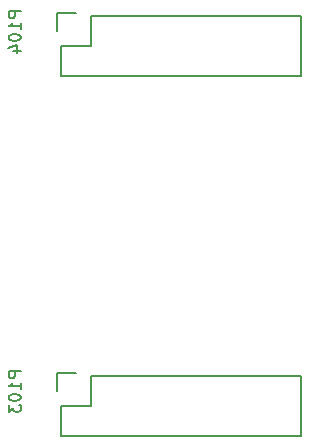
<source format=gbo>
G04 #@! TF.FileFunction,Legend,Bot*
%FSLAX46Y46*%
G04 Gerber Fmt 4.6, Leading zero omitted, Abs format (unit mm)*
G04 Created by KiCad (PCBNEW 4.0.5) date 12/27/16 23:39:24*
%MOMM*%
%LPD*%
G01*
G04 APERTURE LIST*
%ADD10C,0.100000*%
%ADD11C,0.150000*%
%ADD12R,1.200000X1.200000*%
%ADD13C,1.200000*%
%ADD14O,2.199640X1.524000*%
%ADD15O,2.197100X1.524000*%
%ADD16R,1.727200X2.032000*%
%ADD17O,1.727200X2.032000*%
%ADD18R,1.727200X1.727200*%
%ADD19O,1.727200X1.727200*%
%ADD20C,1.524000*%
%ADD21O,1.600000X1.600000*%
%ADD22C,1.778000*%
G04 APERTURE END LIST*
D10*
D11*
X125730000Y-80010000D02*
X105410000Y-80010000D01*
X107950000Y-74930000D02*
X125730000Y-74930000D01*
X125730000Y-80010000D02*
X125730000Y-74930000D01*
X105410000Y-80010000D02*
X105410000Y-77470000D01*
X105130000Y-76200000D02*
X105130000Y-74650000D01*
X105410000Y-77470000D02*
X107950000Y-77470000D01*
X107950000Y-77470000D02*
X107950000Y-74930000D01*
X105130000Y-74650000D02*
X106680000Y-74650000D01*
X125730000Y-49530000D02*
X105410000Y-49530000D01*
X107950000Y-44450000D02*
X125730000Y-44450000D01*
X125730000Y-49530000D02*
X125730000Y-44450000D01*
X105410000Y-49530000D02*
X105410000Y-46990000D01*
X105130000Y-45720000D02*
X105130000Y-44170000D01*
X105410000Y-46990000D02*
X107950000Y-46990000D01*
X107950000Y-46990000D02*
X107950000Y-44450000D01*
X105130000Y-44170000D02*
X106680000Y-44170000D01*
X102032381Y-74509524D02*
X101032381Y-74509524D01*
X101032381Y-74890477D01*
X101080000Y-74985715D01*
X101127619Y-75033334D01*
X101222857Y-75080953D01*
X101365714Y-75080953D01*
X101460952Y-75033334D01*
X101508571Y-74985715D01*
X101556190Y-74890477D01*
X101556190Y-74509524D01*
X102032381Y-76033334D02*
X102032381Y-75461905D01*
X102032381Y-75747619D02*
X101032381Y-75747619D01*
X101175238Y-75652381D01*
X101270476Y-75557143D01*
X101318095Y-75461905D01*
X101032381Y-76652381D02*
X101032381Y-76747620D01*
X101080000Y-76842858D01*
X101127619Y-76890477D01*
X101222857Y-76938096D01*
X101413333Y-76985715D01*
X101651429Y-76985715D01*
X101841905Y-76938096D01*
X101937143Y-76890477D01*
X101984762Y-76842858D01*
X102032381Y-76747620D01*
X102032381Y-76652381D01*
X101984762Y-76557143D01*
X101937143Y-76509524D01*
X101841905Y-76461905D01*
X101651429Y-76414286D01*
X101413333Y-76414286D01*
X101222857Y-76461905D01*
X101127619Y-76509524D01*
X101080000Y-76557143D01*
X101032381Y-76652381D01*
X101032381Y-77319048D02*
X101032381Y-77938096D01*
X101413333Y-77604762D01*
X101413333Y-77747620D01*
X101460952Y-77842858D01*
X101508571Y-77890477D01*
X101603810Y-77938096D01*
X101841905Y-77938096D01*
X101937143Y-77890477D01*
X101984762Y-77842858D01*
X102032381Y-77747620D01*
X102032381Y-77461905D01*
X101984762Y-77366667D01*
X101937143Y-77319048D01*
X102032381Y-44029524D02*
X101032381Y-44029524D01*
X101032381Y-44410477D01*
X101080000Y-44505715D01*
X101127619Y-44553334D01*
X101222857Y-44600953D01*
X101365714Y-44600953D01*
X101460952Y-44553334D01*
X101508571Y-44505715D01*
X101556190Y-44410477D01*
X101556190Y-44029524D01*
X102032381Y-45553334D02*
X102032381Y-44981905D01*
X102032381Y-45267619D02*
X101032381Y-45267619D01*
X101175238Y-45172381D01*
X101270476Y-45077143D01*
X101318095Y-44981905D01*
X101032381Y-46172381D02*
X101032381Y-46267620D01*
X101080000Y-46362858D01*
X101127619Y-46410477D01*
X101222857Y-46458096D01*
X101413333Y-46505715D01*
X101651429Y-46505715D01*
X101841905Y-46458096D01*
X101937143Y-46410477D01*
X101984762Y-46362858D01*
X102032381Y-46267620D01*
X102032381Y-46172381D01*
X101984762Y-46077143D01*
X101937143Y-46029524D01*
X101841905Y-45981905D01*
X101651429Y-45934286D01*
X101413333Y-45934286D01*
X101222857Y-45981905D01*
X101127619Y-46029524D01*
X101080000Y-46077143D01*
X101032381Y-46172381D01*
X101365714Y-47362858D02*
X102032381Y-47362858D01*
X100984762Y-47124762D02*
X101699048Y-46886667D01*
X101699048Y-47505715D01*
%LPC*%
D12*
X73660000Y-68580000D03*
D13*
X73660000Y-66080000D03*
D12*
X73660000Y-76200000D03*
D13*
X73660000Y-73700000D03*
D12*
X81280000Y-58420000D03*
D13*
X83780000Y-58420000D03*
D12*
X73660000Y-83820000D03*
D13*
X73660000Y-81320000D03*
D12*
X132080000Y-55880000D03*
D13*
X134580000Y-55880000D03*
D12*
X132080000Y-76200000D03*
D13*
X134580000Y-76200000D03*
D14*
X68580000Y-83820000D03*
X68580000Y-81280000D03*
X68580000Y-78740000D03*
X68580000Y-76200000D03*
X68580000Y-73660000D03*
X68580000Y-71120000D03*
X68580000Y-68580000D03*
X68580000Y-66040000D03*
X68580000Y-63500000D03*
X68580000Y-60960000D03*
X68580000Y-58420000D03*
X68580000Y-55880000D03*
X68580000Y-53340000D03*
X68580000Y-50800000D03*
X68580000Y-48260000D03*
X53340000Y-48260000D03*
X53340000Y-50800000D03*
X53340000Y-53340000D03*
X53340000Y-55880000D03*
D15*
X53340000Y-58420000D03*
X53340000Y-60960000D03*
X53340000Y-63500000D03*
X53340000Y-66040000D03*
X53340000Y-68580000D03*
X53340000Y-71120000D03*
X53340000Y-73660000D03*
X53340000Y-76200000D03*
X53340000Y-78740000D03*
X53340000Y-81280000D03*
X53340000Y-83820000D03*
D16*
X78740000Y-53340000D03*
D17*
X81280000Y-53340000D03*
X83820000Y-53340000D03*
D18*
X142240000Y-53340000D03*
D19*
X144780000Y-53340000D03*
X142240000Y-55880000D03*
X144780000Y-55880000D03*
X142240000Y-58420000D03*
X144780000Y-58420000D03*
X142240000Y-60960000D03*
X144780000Y-60960000D03*
X142240000Y-63500000D03*
X144780000Y-63500000D03*
X142240000Y-66040000D03*
X144780000Y-66040000D03*
X142240000Y-68580000D03*
X144780000Y-68580000D03*
X142240000Y-71120000D03*
X144780000Y-71120000D03*
X142240000Y-73660000D03*
X144780000Y-73660000D03*
X142240000Y-76200000D03*
X144780000Y-76200000D03*
D16*
X76200000Y-45720000D03*
D17*
X78740000Y-45720000D03*
X81280000Y-45720000D03*
X83820000Y-45720000D03*
X86360000Y-45720000D03*
D18*
X106680000Y-76200000D03*
D19*
X106680000Y-78740000D03*
X109220000Y-76200000D03*
X109220000Y-78740000D03*
X111760000Y-76200000D03*
X111760000Y-78740000D03*
X114300000Y-76200000D03*
X114300000Y-78740000D03*
X116840000Y-76200000D03*
X116840000Y-78740000D03*
X119380000Y-76200000D03*
X119380000Y-78740000D03*
X121920000Y-76200000D03*
X121920000Y-78740000D03*
X124460000Y-76200000D03*
X124460000Y-78740000D03*
D18*
X106680000Y-45720000D03*
D19*
X106680000Y-48260000D03*
X109220000Y-45720000D03*
X109220000Y-48260000D03*
X111760000Y-45720000D03*
X111760000Y-48260000D03*
X114300000Y-45720000D03*
X114300000Y-48260000D03*
X116840000Y-45720000D03*
X116840000Y-48260000D03*
X119380000Y-45720000D03*
X119380000Y-48260000D03*
X121920000Y-45720000D03*
X121920000Y-48260000D03*
X124460000Y-45720000D03*
X124460000Y-48260000D03*
D20*
X91440000Y-48260000D03*
X93980000Y-45720000D03*
X93980000Y-50800000D03*
X91440000Y-63500000D03*
X93980000Y-60960000D03*
X93980000Y-66040000D03*
X91440000Y-78740000D03*
X93980000Y-76200000D03*
X93980000Y-81280000D03*
D21*
X78740000Y-66040000D03*
X78740000Y-68580000D03*
X78740000Y-71120000D03*
X78740000Y-73660000D03*
X78740000Y-76200000D03*
X78740000Y-78740000D03*
X78740000Y-81280000D03*
X78740000Y-83820000D03*
X86360000Y-83820000D03*
X86360000Y-81280000D03*
X86360000Y-78740000D03*
X86360000Y-76200000D03*
X86360000Y-73660000D03*
X86360000Y-71120000D03*
X86360000Y-68580000D03*
X86360000Y-66040000D03*
D22*
X132080000Y-63500000D03*
X132080000Y-68580000D03*
M02*

</source>
